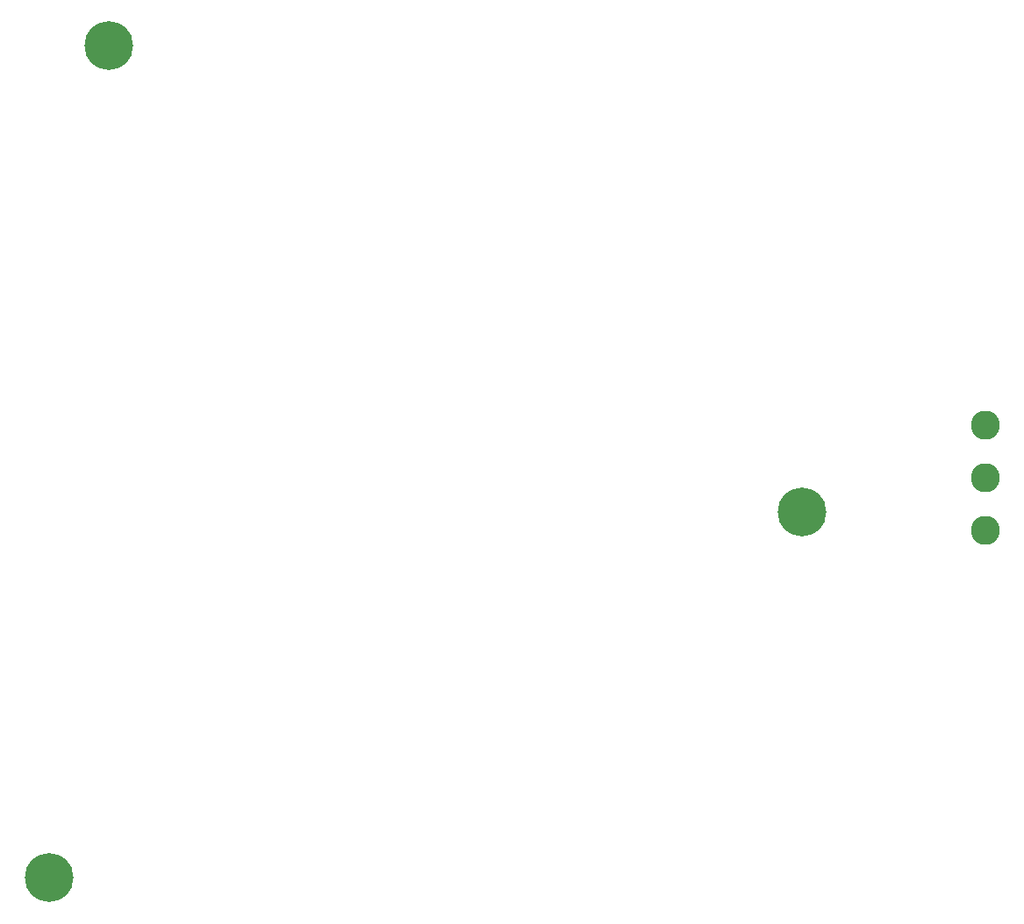
<source format=gbs>
G04 Layer_Color=16711935*
%FSLAX44Y44*%
%MOMM*%
G71*
G01*
G75*
%ADD114C,2.8032*%
%ADD115C,4.7032*%
D114*
X642000Y-50800D02*
D03*
Y50800D02*
D03*
Y0D02*
D03*
D115*
X465064Y-32520D02*
D03*
X-261758Y-385779D02*
D03*
X-203634Y417511D02*
D03*
M02*

</source>
